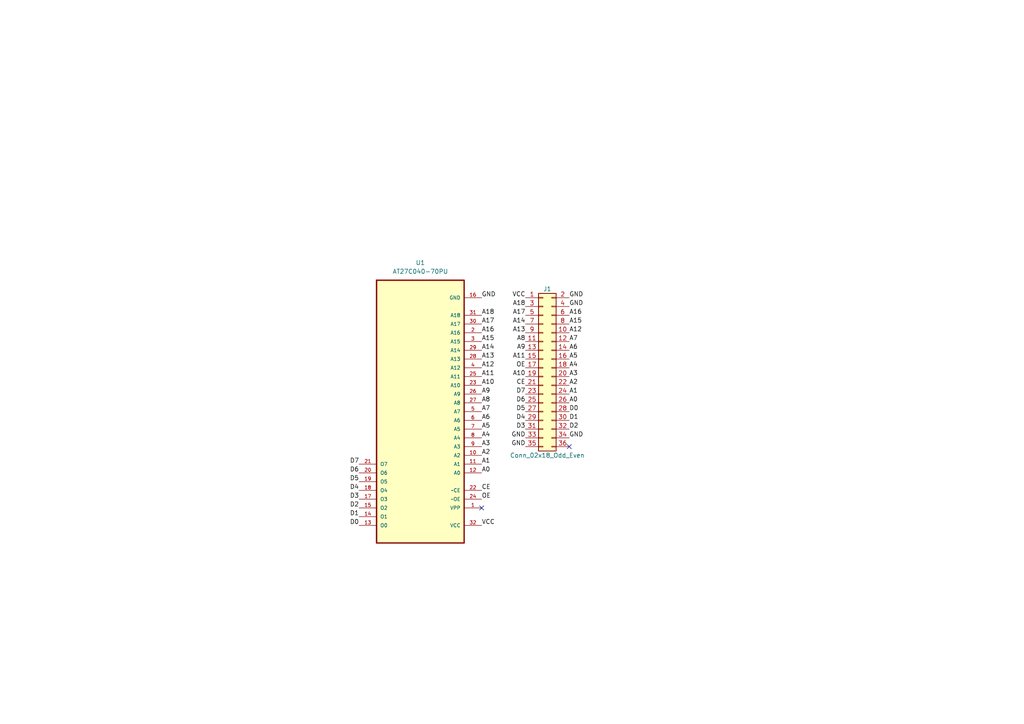
<source format=kicad_sch>
(kicad_sch (version 20211123) (generator eeschema)
  (paper "A4")
  (lib_symbols
    (symbol "Connector_Generic:Conn_02x18_Odd_Even" (pin_names (offset 1.016) hide)
      (property "Reference" "J" (at 1.27 22.86 0))
      (property "Value" "Conn_02x18_Odd_Even" (at 1.27 -25.4 0))
      (symbol "Conn_02x18_Odd_Even_1_1"
        (rectangle (start -1.27 -22.733) (end 0 -22.987) (stroke (width 0.1524)))
        (rectangle (start -1.27 -20.193) (end 0 -20.447) (stroke (width 0.1524)))
        (rectangle (start -1.27 -17.653) (end 0 -17.907) (stroke (width 0.1524)))
        (rectangle (start -1.27 -15.113) (end 0 -15.367) (stroke (width 0.1524)))
        (rectangle (start -1.27 -12.573) (end 0 -12.827) (stroke (width 0.1524)))
        (rectangle (start -1.27 -10.033) (end 0 -10.287) (stroke (width 0.1524)))
        (rectangle (start -1.27 -7.493) (end 0 -7.747) (stroke (width 0.1524)))
        (rectangle (start -1.27 -4.953) (end 0 -5.207) (stroke (width 0.1524)))
        (rectangle (start -1.27 -2.413) (end 0 -2.667) (stroke (width 0.1524)))
        (rectangle (start -1.27 0.127) (end 0 -0.127) (stroke (width 0.1524)))
        (rectangle (start -1.27 2.667) (end 0 2.413) (stroke (width 0.1524)))
        (rectangle (start -1.27 5.207) (end 0 4.953) (stroke (width 0.1524)))
        (rectangle (start -1.27 7.747) (end 0 7.493) (stroke (width 0.1524)))
        (rectangle (start -1.27 10.287) (end 0 10.033) (stroke (width 0.1524)))
        (rectangle (start -1.27 12.827) (end 0 12.573) (stroke (width 0.1524)))
        (rectangle (start -1.27 15.367) (end 0 15.113) (stroke (width 0.1524)))
        (rectangle (start -1.27 17.907) (end 0 17.653) (stroke (width 0.1524)))
        (rectangle (start -1.27 20.447) (end 0 20.193) (stroke (width 0.1524)))
        (rectangle (start -1.27 21.59) (end 3.81 -24.13) (stroke (width 0.254)) (fill (type background)))
        (rectangle (start 3.81 -22.733) (end 2.54 -22.987) (stroke (width 0.1524)))
        (rectangle (start 3.81 -20.193) (end 2.54 -20.447) (stroke (width 0.1524)))
        (rectangle (start 3.81 -17.653) (end 2.54 -17.907) (stroke (width 0.1524)))
        (rectangle (start 3.81 -15.113) (end 2.54 -15.367) (stroke (width 0.1524)))
        (rectangle (start 3.81 -12.573) (end 2.54 -12.827) (stroke (width 0.1524)))
        (rectangle (start 3.81 -10.033) (end 2.54 -10.287) (stroke (width 0.1524)))
        (rectangle (start 3.81 -7.493) (end 2.54 -7.747) (stroke (width 0.1524)))
        (rectangle (start 3.81 -4.953) (end 2.54 -5.207) (stroke (width 0.1524)))
        (rectangle (start 3.81 -2.413) (end 2.54 -2.667) (stroke (width 0.1524)))
        (rectangle (start 3.81 0.127) (end 2.54 -0.127) (stroke (width 0.1524)))
        (rectangle (start 3.81 2.667) (end 2.54 2.413) (stroke (width 0.1524)))
        (rectangle (start 3.81 5.207) (end 2.54 4.953) (stroke (width 0.1524)))
        (rectangle (start 3.81 7.747) (end 2.54 7.493) (stroke (width 0.1524)))
        (rectangle (start 3.81 10.287) (end 2.54 10.033) (stroke (width 0.1524)))
        (rectangle (start 3.81 12.827) (end 2.54 12.573) (stroke (width 0.1524)))
        (rectangle (start 3.81 15.367) (end 2.54 15.113) (stroke (width 0.1524)))
        (rectangle (start 3.81 17.907) (end 2.54 17.653) (stroke (width 0.1524)))
        (rectangle (start 3.81 20.447) (end 2.54 20.193) (stroke (width 0.1524)))
        (pin passive line (at -5.08 20.32 0) (length 3.81) (name "Pin_1") (number "1"))
        (pin passive line (at 7.62 10.16 180) (length 3.81) (name "Pin_10") (number "10"))
        (pin passive line (at -5.08 7.62 0) (length 3.81) (name "Pin_11") (number "11"))
        (pin passive line (at 7.62 7.62 180) (length 3.81) (name "Pin_12") (number "12"))
        (pin passive line (at -5.08 5.08 0) (length 3.81) (name "Pin_13") (number "13"))
        (pin passive line (at 7.62 5.08 180) (length 3.81) (name "Pin_14") (number "14"))
        (pin passive line (at -5.08 2.54 0) (length 3.81) (name "Pin_15") (number "15"))
        (pin passive line (at 7.62 2.54 180) (length 3.81) (name "Pin_16") (number "16"))
        (pin passive line (at -5.08 0 0) (length 3.81) (name "Pin_17") (number "17"))
        (pin passive line (at 7.62 0 180) (length 3.81) (name "Pin_18") (number "18"))
        (pin passive line (at -5.08 -2.54 0) (length 3.81) (name "Pin_19") (number "19"))
        (pin passive line (at 7.62 20.32 180) (length 3.81) (name "Pin_2") (number "2"))
        (pin passive line (at 7.62 -2.54 180) (length 3.81) (name "Pin_20") (number "20"))
        (pin passive line (at -5.08 -5.08 0) (length 3.81) (name "Pin_21") (number "21"))
        (pin passive line (at 7.62 -5.08 180) (length 3.81) (name "Pin_22") (number "22"))
        (pin passive line (at -5.08 -7.62 0) (length 3.81) (name "Pin_23") (number "23"))
        (pin passive line (at 7.62 -7.62 180) (length 3.81) (name "Pin_24") (number "24"))
        (pin passive line (at -5.08 -10.16 0) (length 3.81) (name "Pin_25") (number "25"))
        (pin passive line (at 7.62 -10.16 180) (length 3.81) (name "Pin_26") (number "26"))
        (pin passive line (at -5.08 -12.7 0) (length 3.81) (name "Pin_27") (number "27"))
        (pin passive line (at 7.62 -12.7 180) (length 3.81) (name "Pin_28") (number "28"))
        (pin passive line (at -5.08 -15.24 0) (length 3.81) (name "Pin_29") (number "29"))
        (pin passive line (at -5.08 17.78 0) (length 3.81) (name "Pin_3") (number "3"))
        (pin passive line (at 7.62 -15.24 180) (length 3.81) (name "Pin_30") (number "30"))
        (pin passive line (at -5.08 -17.78 0) (length 3.81) (name "Pin_31") (number "31"))
        (pin passive line (at 7.62 -17.78 180) (length 3.81) (name "Pin_32") (number "32"))
        (pin passive line (at -5.08 -20.32 0) (length 3.81) (name "Pin_33") (number "33"))
        (pin passive line (at 7.62 -20.32 180) (length 3.81) (name "Pin_34") (number "34"))
        (pin passive line (at -5.08 -22.86 0) (length 3.81) (name "Pin_35") (number "35"))
        (pin passive line (at 7.62 -22.86 180) (length 3.81) (name "Pin_36") (number "36"))
        (pin passive line (at 7.62 17.78 180) (length 3.81) (name "Pin_4") (number "4"))
        (pin passive line (at -5.08 15.24 0) (length 3.81) (name "Pin_5") (number "5"))
        (pin passive line (at 7.62 15.24 180) (length 3.81) (name "Pin_6") (number "6"))
        (pin passive line (at -5.08 12.7 0) (length 3.81) (name "Pin_7") (number "7"))
        (pin passive line (at 7.62 12.7 180) (length 3.81) (name "Pin_8") (number "8"))
        (pin passive line (at -5.08 10.16 0) (length 3.81) (name "Pin_9") (number "9"))
      )
    )
    (symbol "REB_Flash:AT27C040-70PU" (pin_names (offset 1.016))
      (property "Reference" "U" (at -5.8167 36.4242 0))
      (property "Value" "AT27C040-70PU" (at -4.0916 -44.1179 0))
      (symbol "AT27C040-70PU_0_0"
        (rectangle (start -12.7 -40.64) (end 12.7 35.56) (stroke (width 0.4064)) (fill (type background)))
        (pin power_in line (at -17.78 25.4 0) (length 5.08) (name "VPP") (number "1"))
        (pin input line (at -17.78 10.16 0) (length 5.08) (name "A2") (number "10"))
        (pin input line (at -17.78 12.7 0) (length 5.08) (name "A1") (number "11"))
        (pin input line (at -17.78 15.24 0) (length 5.08) (name "A0") (number "12"))
        (pin output line (at 17.78 30.48 180) (length 5.08) (name "O0") (number "13"))
        (pin output line (at 17.78 27.94 180) (length 5.08) (name "O1") (number "14"))
        (pin output line (at 17.78 25.4 180) (length 5.08) (name "O2") (number "15"))
        (pin passive line (at -17.78 -35.56 0) (length 5.08) (name "GND") (number "16"))
        (pin output line (at 17.78 22.86 180) (length 5.08) (name "O3") (number "17"))
        (pin output line (at 17.78 20.32 180) (length 5.08) (name "O4") (number "18"))
        (pin output line (at 17.78 17.78 180) (length 5.08) (name "O5") (number "19"))
        (pin input line (at -17.78 -25.4 0) (length 5.08) (name "A16") (number "2"))
        (pin output line (at 17.78 15.24 180) (length 5.08) (name "O6") (number "20"))
        (pin output line (at 17.78 12.7 180) (length 5.08) (name "O7") (number "21"))
        (pin input line (at -17.78 20.32 0) (length 5.08) (name "~CE") (number "22"))
        (pin input line (at -17.78 -10.16 0) (length 5.08) (name "A10") (number "23"))
        (pin input line (at -17.78 22.86 0) (length 5.08) (name "~OE") (number "24"))
        (pin input line (at -17.78 -12.7 0) (length 5.08) (name "A11") (number "25"))
        (pin input line (at -17.78 -7.62 0) (length 5.08) (name "A9") (number "26"))
        (pin input line (at -17.78 -5.08 0) (length 5.08) (name "A8") (number "27"))
        (pin input line (at -17.78 -17.78 0) (length 5.08) (name "A13") (number "28"))
        (pin input line (at -17.78 -20.32 0) (length 5.08) (name "A14") (number "29"))
        (pin input line (at -17.78 -22.86 0) (length 5.08) (name "A15") (number "3"))
        (pin input line (at -17.78 -27.94 0) (length 5.08) (name "A17") (number "30"))
        (pin input line (at -17.78 -30.48 0) (length 5.08) (name "A18") (number "31"))
        (pin power_in line (at -17.78 30.48 0) (length 5.08) (name "VCC") (number "32"))
        (pin input line (at -17.78 -15.24 0) (length 5.08) (name "A12") (number "4"))
        (pin input line (at -17.78 -2.54 0) (length 5.08) (name "A7") (number "5"))
        (pin input line (at -17.78 0 0) (length 5.08) (name "A6") (number "6"))
        (pin input line (at -17.78 2.54 0) (length 5.08) (name "A5") (number "7"))
        (pin input line (at -17.78 5.08 0) (length 5.08) (name "A4") (number "8"))
        (pin input line (at -17.78 7.62 0) (length 5.08) (name "A3") (number "9"))
      )
    )
  )
  (no_connect (at 165.1 129.54))
  (no_connect (at 139.7 147.32))
  (label "A3" (at 165.1 109.22 0))
  (label "VCC" (at 139.7 152.4 0))
  (label "A8" (at 139.7 116.84 0))
  (label "A16" (at 165.1 91.44 0))
  (label "A14" (at 152.4 93.98 180))
  (label "D4" (at 104.14 142.24 180))
  (label "A10" (at 139.7 111.76 0))
  (label "D3" (at 104.14 144.78 180))
  (label "A7" (at 139.7 119.38 0))
  (label "A5" (at 139.7 124.46 0))
  (label "A12" (at 165.1 96.52 0))
  (label "A11" (at 139.7 109.22 0))
  (label "A2" (at 139.7 132.08 0))
  (label "D1" (at 165.1 121.92 0))
  (label "A8" (at 152.4 99.06 180))
  (label "D0" (at 165.1 119.38 0))
  (label "A1" (at 165.1 114.3 0))
  (label "A13" (at 139.7 104.14 0))
  (label "A4" (at 165.1 106.68 0))
  (label "A2" (at 165.1 111.76 0))
  (label "A15" (at 165.1 93.98 0))
  (label "A18" (at 139.7 91.44 0))
  (label "CE" (at 152.4 111.76 180))
  (label "A0" (at 139.7 137.16 0))
  (label "GND" (at 152.4 127 180))
  (label "GND" (at 165.1 127 0))
  (label "GND" (at 152.4 129.54 180))
  (label "A7" (at 165.1 99.06 0))
  (label "A14" (at 139.7 101.6 0))
  (label "GND" (at 165.1 88.9 0))
  (label "GND" (at 165.1 86.36 0))
  (label "D7" (at 104.14 134.62 180))
  (label "A9" (at 139.7 114.3 0))
  (label "D5" (at 104.14 139.7 180))
  (label "A4" (at 139.7 127 0))
  (label "CE" (at 139.7 142.24 0))
  (label "A18" (at 152.4 88.9 180))
  (label "A0" (at 165.1 116.84 0))
  (label "D6" (at 104.14 137.16 180))
  (label "D6" (at 152.4 116.84 180))
  (label "D1" (at 104.14 149.86 180))
  (label "A3" (at 139.7 129.54 0))
  (label "A16" (at 139.7 96.52 0))
  (label "VCC" (at 152.4 86.36 180))
  (label "A12" (at 139.7 106.68 0))
  (label "D0" (at 104.14 152.4 180))
  (label "A11" (at 152.4 104.14 180))
  (label "D5" (at 152.4 119.38 180))
  (label "D7" (at 152.4 114.3 180))
  (label "A17" (at 152.4 91.44 180))
  (label "OE" (at 152.4 106.68 180))
  (label "D3" (at 152.4 124.46 180))
  (label "A17" (at 139.7 93.98 0))
  (label "D4" (at 152.4 121.92 180))
  (label "A6" (at 139.7 121.92 0))
  (label "D2" (at 104.14 147.32 180))
  (label "A6" (at 165.1 101.6 0))
  (label "GND" (at 139.7 86.36 0))
  (label "OE" (at 139.7 144.78 0))
  (label "A9" (at 152.4 101.6 180))
  (label "A10" (at 152.4 109.22 180))
  (label "A15" (at 139.7 99.06 0))
  (label "A13" (at 152.4 96.52 180))
  (label "A1" (at 139.7 134.62 0))
  (label "D2" (at 165.1 124.46 0))
  (label "A5" (at 165.1 104.14 0))
  (symbol (lib_id "REB_Flash:AT27C040-70PU") (at 121.92 121.92 180) (unit 1)
    (property "Reference" "U1" (at 121.92 76.2 0))
    (property "Value" "AT27C040-70PU" (at 121.92 78.74 0))
    (property "Footprint" "REB_Flash:DIP254P1524X482-32" (effects hide))
    (property "PACKAGE" "PDIP-32" (effects hide))
    (property "OC_NEWARK" "58M3822" (effects hide))
    (property "SUPPLIER" "Atmel" (effects hide))
    (property "MPN" "AT27C040-70PU" (effects hide))
    (property "OC_FARNELL" "1455024" (effects hide))
  )
  (symbol (lib_id "Connector_Generic:Conn_02x18_Odd_Even") (at 157.48 106.68 0) (unit 1)
    (property "Reference" "J1" (at 158.75 83.82 0))
    (property "Value" "Conn_02x18_Odd_Even" (at 158.75 132.08 0))
    (property "Footprint" "Connector_PinSocket_2.54mm:PinSocket_2x18_P2.54mm_Vertical" (effects hide))
  )
)
</source>
